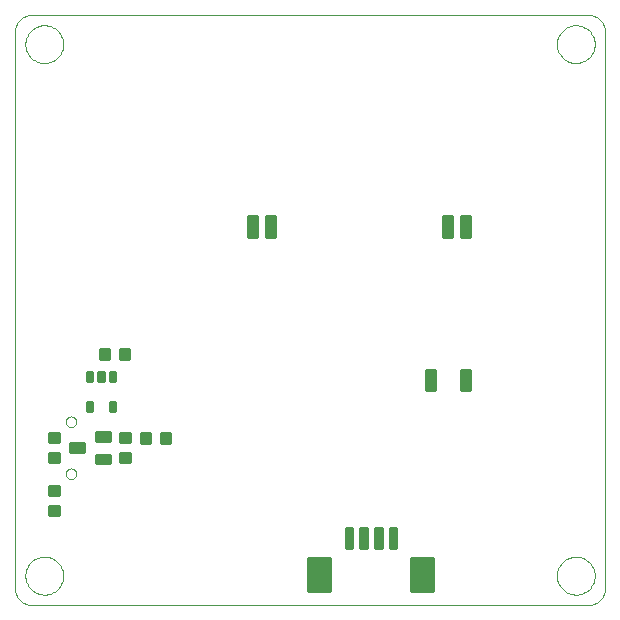
<source format=gbp>
G75*
%MOIN*%
%OFA0B0*%
%FSLAX24Y24*%
%IPPOS*%
%LPD*%
%AMOC8*
5,1,8,0,0,1.08239X$1,22.5*
%
%ADD10C,0.0000*%
%ADD11C,0.0098*%
%ADD12C,0.0101*%
%ADD13C,0.0124*%
%ADD14C,0.0101*%
D10*
X000588Y000721D02*
X000588Y019224D01*
X000587Y019224D02*
X000589Y019270D01*
X000594Y019316D01*
X000603Y019362D01*
X000616Y019407D01*
X000632Y019450D01*
X000651Y019492D01*
X000674Y019533D01*
X000700Y019571D01*
X000729Y019608D01*
X000760Y019642D01*
X000794Y019673D01*
X000831Y019702D01*
X000869Y019728D01*
X000910Y019751D01*
X000952Y019770D01*
X000995Y019786D01*
X001040Y019799D01*
X001086Y019808D01*
X001132Y019813D01*
X001178Y019815D01*
X019682Y019815D01*
X019728Y019813D01*
X019774Y019808D01*
X019820Y019799D01*
X019865Y019786D01*
X019908Y019770D01*
X019950Y019751D01*
X019991Y019728D01*
X020029Y019702D01*
X020066Y019673D01*
X020100Y019642D01*
X020131Y019608D01*
X020160Y019571D01*
X020186Y019533D01*
X020209Y019492D01*
X020228Y019450D01*
X020244Y019407D01*
X020257Y019362D01*
X020266Y019316D01*
X020271Y019270D01*
X020273Y019224D01*
X020273Y000721D01*
X020271Y000675D01*
X020266Y000629D01*
X020257Y000583D01*
X020244Y000538D01*
X020228Y000495D01*
X020209Y000453D01*
X020186Y000412D01*
X020160Y000374D01*
X020131Y000337D01*
X020100Y000303D01*
X020066Y000272D01*
X020029Y000243D01*
X019991Y000217D01*
X019950Y000194D01*
X019908Y000175D01*
X019865Y000159D01*
X019820Y000146D01*
X019774Y000137D01*
X019728Y000132D01*
X019682Y000130D01*
X001178Y000130D01*
X001132Y000132D01*
X001086Y000137D01*
X001040Y000146D01*
X000995Y000159D01*
X000952Y000175D01*
X000910Y000194D01*
X000869Y000217D01*
X000831Y000243D01*
X000794Y000272D01*
X000760Y000303D01*
X000729Y000337D01*
X000700Y000374D01*
X000674Y000412D01*
X000651Y000453D01*
X000632Y000495D01*
X000616Y000538D01*
X000603Y000583D01*
X000594Y000629D01*
X000589Y000675D01*
X000587Y000721D01*
X000942Y001114D02*
X000944Y001164D01*
X000950Y001214D01*
X000960Y001263D01*
X000974Y001311D01*
X000991Y001358D01*
X001012Y001403D01*
X001037Y001447D01*
X001065Y001488D01*
X001097Y001527D01*
X001131Y001564D01*
X001168Y001598D01*
X001208Y001628D01*
X001250Y001655D01*
X001294Y001679D01*
X001340Y001700D01*
X001387Y001716D01*
X001435Y001729D01*
X001485Y001738D01*
X001534Y001743D01*
X001585Y001744D01*
X001635Y001741D01*
X001684Y001734D01*
X001733Y001723D01*
X001781Y001708D01*
X001827Y001690D01*
X001872Y001668D01*
X001915Y001642D01*
X001956Y001613D01*
X001995Y001581D01*
X002031Y001546D01*
X002063Y001508D01*
X002093Y001468D01*
X002120Y001425D01*
X002143Y001381D01*
X002162Y001335D01*
X002178Y001287D01*
X002190Y001238D01*
X002198Y001189D01*
X002202Y001139D01*
X002202Y001089D01*
X002198Y001039D01*
X002190Y000990D01*
X002178Y000941D01*
X002162Y000893D01*
X002143Y000847D01*
X002120Y000803D01*
X002093Y000760D01*
X002063Y000720D01*
X002031Y000682D01*
X001995Y000647D01*
X001956Y000615D01*
X001915Y000586D01*
X001872Y000560D01*
X001827Y000538D01*
X001781Y000520D01*
X001733Y000505D01*
X001684Y000494D01*
X001635Y000487D01*
X001585Y000484D01*
X001534Y000485D01*
X001485Y000490D01*
X001435Y000499D01*
X001387Y000512D01*
X001340Y000528D01*
X001294Y000549D01*
X001250Y000573D01*
X001208Y000600D01*
X001168Y000630D01*
X001131Y000664D01*
X001097Y000701D01*
X001065Y000740D01*
X001037Y000781D01*
X001012Y000825D01*
X000991Y000870D01*
X000974Y000917D01*
X000960Y000965D01*
X000950Y001014D01*
X000944Y001064D01*
X000942Y001114D01*
X002286Y004514D02*
X002288Y004540D01*
X002294Y004566D01*
X002304Y004591D01*
X002317Y004614D01*
X002333Y004634D01*
X002353Y004652D01*
X002375Y004667D01*
X002398Y004679D01*
X002424Y004687D01*
X002450Y004691D01*
X002476Y004691D01*
X002502Y004687D01*
X002528Y004679D01*
X002552Y004667D01*
X002573Y004652D01*
X002593Y004634D01*
X002609Y004614D01*
X002622Y004591D01*
X002632Y004566D01*
X002638Y004540D01*
X002640Y004514D01*
X002638Y004488D01*
X002632Y004462D01*
X002622Y004437D01*
X002609Y004414D01*
X002593Y004394D01*
X002573Y004376D01*
X002551Y004361D01*
X002528Y004349D01*
X002502Y004341D01*
X002476Y004337D01*
X002450Y004337D01*
X002424Y004341D01*
X002398Y004349D01*
X002374Y004361D01*
X002353Y004376D01*
X002333Y004394D01*
X002317Y004414D01*
X002304Y004437D01*
X002294Y004462D01*
X002288Y004488D01*
X002286Y004514D01*
X002286Y006246D02*
X002288Y006272D01*
X002294Y006298D01*
X002304Y006323D01*
X002317Y006346D01*
X002333Y006366D01*
X002353Y006384D01*
X002375Y006399D01*
X002398Y006411D01*
X002424Y006419D01*
X002450Y006423D01*
X002476Y006423D01*
X002502Y006419D01*
X002528Y006411D01*
X002552Y006399D01*
X002573Y006384D01*
X002593Y006366D01*
X002609Y006346D01*
X002622Y006323D01*
X002632Y006298D01*
X002638Y006272D01*
X002640Y006246D01*
X002638Y006220D01*
X002632Y006194D01*
X002622Y006169D01*
X002609Y006146D01*
X002593Y006126D01*
X002573Y006108D01*
X002551Y006093D01*
X002528Y006081D01*
X002502Y006073D01*
X002476Y006069D01*
X002450Y006069D01*
X002424Y006073D01*
X002398Y006081D01*
X002374Y006093D01*
X002353Y006108D01*
X002333Y006126D01*
X002317Y006146D01*
X002304Y006169D01*
X002294Y006194D01*
X002288Y006220D01*
X002286Y006246D01*
X000942Y018831D02*
X000944Y018881D01*
X000950Y018931D01*
X000960Y018980D01*
X000974Y019028D01*
X000991Y019075D01*
X001012Y019120D01*
X001037Y019164D01*
X001065Y019205D01*
X001097Y019244D01*
X001131Y019281D01*
X001168Y019315D01*
X001208Y019345D01*
X001250Y019372D01*
X001294Y019396D01*
X001340Y019417D01*
X001387Y019433D01*
X001435Y019446D01*
X001485Y019455D01*
X001534Y019460D01*
X001585Y019461D01*
X001635Y019458D01*
X001684Y019451D01*
X001733Y019440D01*
X001781Y019425D01*
X001827Y019407D01*
X001872Y019385D01*
X001915Y019359D01*
X001956Y019330D01*
X001995Y019298D01*
X002031Y019263D01*
X002063Y019225D01*
X002093Y019185D01*
X002120Y019142D01*
X002143Y019098D01*
X002162Y019052D01*
X002178Y019004D01*
X002190Y018955D01*
X002198Y018906D01*
X002202Y018856D01*
X002202Y018806D01*
X002198Y018756D01*
X002190Y018707D01*
X002178Y018658D01*
X002162Y018610D01*
X002143Y018564D01*
X002120Y018520D01*
X002093Y018477D01*
X002063Y018437D01*
X002031Y018399D01*
X001995Y018364D01*
X001956Y018332D01*
X001915Y018303D01*
X001872Y018277D01*
X001827Y018255D01*
X001781Y018237D01*
X001733Y018222D01*
X001684Y018211D01*
X001635Y018204D01*
X001585Y018201D01*
X001534Y018202D01*
X001485Y018207D01*
X001435Y018216D01*
X001387Y018229D01*
X001340Y018245D01*
X001294Y018266D01*
X001250Y018290D01*
X001208Y018317D01*
X001168Y018347D01*
X001131Y018381D01*
X001097Y018418D01*
X001065Y018457D01*
X001037Y018498D01*
X001012Y018542D01*
X000991Y018587D01*
X000974Y018634D01*
X000960Y018682D01*
X000950Y018731D01*
X000944Y018781D01*
X000942Y018831D01*
X018659Y018831D02*
X018661Y018881D01*
X018667Y018931D01*
X018677Y018980D01*
X018691Y019028D01*
X018708Y019075D01*
X018729Y019120D01*
X018754Y019164D01*
X018782Y019205D01*
X018814Y019244D01*
X018848Y019281D01*
X018885Y019315D01*
X018925Y019345D01*
X018967Y019372D01*
X019011Y019396D01*
X019057Y019417D01*
X019104Y019433D01*
X019152Y019446D01*
X019202Y019455D01*
X019251Y019460D01*
X019302Y019461D01*
X019352Y019458D01*
X019401Y019451D01*
X019450Y019440D01*
X019498Y019425D01*
X019544Y019407D01*
X019589Y019385D01*
X019632Y019359D01*
X019673Y019330D01*
X019712Y019298D01*
X019748Y019263D01*
X019780Y019225D01*
X019810Y019185D01*
X019837Y019142D01*
X019860Y019098D01*
X019879Y019052D01*
X019895Y019004D01*
X019907Y018955D01*
X019915Y018906D01*
X019919Y018856D01*
X019919Y018806D01*
X019915Y018756D01*
X019907Y018707D01*
X019895Y018658D01*
X019879Y018610D01*
X019860Y018564D01*
X019837Y018520D01*
X019810Y018477D01*
X019780Y018437D01*
X019748Y018399D01*
X019712Y018364D01*
X019673Y018332D01*
X019632Y018303D01*
X019589Y018277D01*
X019544Y018255D01*
X019498Y018237D01*
X019450Y018222D01*
X019401Y018211D01*
X019352Y018204D01*
X019302Y018201D01*
X019251Y018202D01*
X019202Y018207D01*
X019152Y018216D01*
X019104Y018229D01*
X019057Y018245D01*
X019011Y018266D01*
X018967Y018290D01*
X018925Y018317D01*
X018885Y018347D01*
X018848Y018381D01*
X018814Y018418D01*
X018782Y018457D01*
X018754Y018498D01*
X018729Y018542D01*
X018708Y018587D01*
X018691Y018634D01*
X018677Y018682D01*
X018667Y018731D01*
X018661Y018781D01*
X018659Y018831D01*
X018659Y001114D02*
X018661Y001164D01*
X018667Y001214D01*
X018677Y001263D01*
X018691Y001311D01*
X018708Y001358D01*
X018729Y001403D01*
X018754Y001447D01*
X018782Y001488D01*
X018814Y001527D01*
X018848Y001564D01*
X018885Y001598D01*
X018925Y001628D01*
X018967Y001655D01*
X019011Y001679D01*
X019057Y001700D01*
X019104Y001716D01*
X019152Y001729D01*
X019202Y001738D01*
X019251Y001743D01*
X019302Y001744D01*
X019352Y001741D01*
X019401Y001734D01*
X019450Y001723D01*
X019498Y001708D01*
X019544Y001690D01*
X019589Y001668D01*
X019632Y001642D01*
X019673Y001613D01*
X019712Y001581D01*
X019748Y001546D01*
X019780Y001508D01*
X019810Y001468D01*
X019837Y001425D01*
X019860Y001381D01*
X019879Y001335D01*
X019895Y001287D01*
X019907Y001238D01*
X019915Y001189D01*
X019919Y001139D01*
X019919Y001089D01*
X019915Y001039D01*
X019907Y000990D01*
X019895Y000941D01*
X019879Y000893D01*
X019860Y000847D01*
X019837Y000803D01*
X019810Y000760D01*
X019780Y000720D01*
X019748Y000682D01*
X019712Y000647D01*
X019673Y000615D01*
X019632Y000586D01*
X019589Y000560D01*
X019544Y000538D01*
X019498Y000520D01*
X019450Y000505D01*
X019401Y000494D01*
X019352Y000487D01*
X019302Y000484D01*
X019251Y000485D01*
X019202Y000490D01*
X019152Y000499D01*
X019104Y000512D01*
X019057Y000528D01*
X019011Y000549D01*
X018967Y000573D01*
X018925Y000600D01*
X018885Y000630D01*
X018848Y000664D01*
X018814Y000701D01*
X018782Y000740D01*
X018754Y000781D01*
X018729Y000825D01*
X018708Y000870D01*
X018691Y000917D01*
X018677Y000965D01*
X018667Y001014D01*
X018661Y001064D01*
X018659Y001114D01*
D11*
X015464Y007293D02*
X015464Y007981D01*
X015760Y007981D01*
X015760Y007293D01*
X015464Y007293D01*
X015464Y007390D02*
X015760Y007390D01*
X015760Y007487D02*
X015464Y007487D01*
X015464Y007584D02*
X015760Y007584D01*
X015760Y007681D02*
X015464Y007681D01*
X015464Y007778D02*
X015760Y007778D01*
X015760Y007875D02*
X015464Y007875D01*
X015464Y007972D02*
X015760Y007972D01*
X014283Y007981D02*
X014283Y007293D01*
X014283Y007981D02*
X014579Y007981D01*
X014579Y007293D01*
X014283Y007293D01*
X014283Y007390D02*
X014579Y007390D01*
X014579Y007487D02*
X014283Y007487D01*
X014283Y007584D02*
X014579Y007584D01*
X014579Y007681D02*
X014283Y007681D01*
X014283Y007778D02*
X014579Y007778D01*
X014579Y007875D02*
X014283Y007875D01*
X014283Y007972D02*
X014579Y007972D01*
X014873Y012411D02*
X014873Y013099D01*
X015169Y013099D01*
X015169Y012411D01*
X014873Y012411D01*
X014873Y012508D02*
X015169Y012508D01*
X015169Y012605D02*
X014873Y012605D01*
X014873Y012702D02*
X015169Y012702D01*
X015169Y012799D02*
X014873Y012799D01*
X014873Y012896D02*
X015169Y012896D01*
X015169Y012993D02*
X014873Y012993D01*
X014873Y013090D02*
X015169Y013090D01*
X015464Y013099D02*
X015464Y012411D01*
X015464Y013099D02*
X015760Y013099D01*
X015760Y012411D01*
X015464Y012411D01*
X015464Y012508D02*
X015760Y012508D01*
X015760Y012605D02*
X015464Y012605D01*
X015464Y012702D02*
X015760Y012702D01*
X015760Y012799D02*
X015464Y012799D01*
X015464Y012896D02*
X015760Y012896D01*
X015760Y012993D02*
X015464Y012993D01*
X015464Y013090D02*
X015760Y013090D01*
X008968Y013099D02*
X008968Y012411D01*
X008968Y013099D02*
X009264Y013099D01*
X009264Y012411D01*
X008968Y012411D01*
X008968Y012508D02*
X009264Y012508D01*
X009264Y012605D02*
X008968Y012605D01*
X008968Y012702D02*
X009264Y012702D01*
X009264Y012799D02*
X008968Y012799D01*
X008968Y012896D02*
X009264Y012896D01*
X009264Y012993D02*
X008968Y012993D01*
X008968Y013090D02*
X009264Y013090D01*
X008377Y013099D02*
X008377Y012411D01*
X008377Y013099D02*
X008673Y013099D01*
X008673Y012411D01*
X008377Y012411D01*
X008377Y012508D02*
X008673Y012508D01*
X008673Y012605D02*
X008377Y012605D01*
X008377Y012702D02*
X008673Y012702D01*
X008673Y012799D02*
X008377Y012799D01*
X008377Y012896D02*
X008673Y012896D01*
X008673Y012993D02*
X008377Y012993D01*
X008377Y013090D02*
X008673Y013090D01*
X004383Y008672D02*
X004087Y008672D01*
X004383Y008672D02*
X004383Y008338D01*
X004087Y008338D01*
X004087Y008672D01*
X004087Y008435D02*
X004383Y008435D01*
X004383Y008532D02*
X004087Y008532D01*
X004087Y008629D02*
X004383Y008629D01*
X003714Y008672D02*
X003418Y008672D01*
X003714Y008672D02*
X003714Y008338D01*
X003418Y008338D01*
X003418Y008672D01*
X003418Y008435D02*
X003714Y008435D01*
X003714Y008532D02*
X003418Y008532D01*
X003418Y008629D02*
X003714Y008629D01*
X003295Y005902D02*
X003295Y005606D01*
X003295Y005902D02*
X003747Y005902D01*
X003747Y005606D01*
X003295Y005606D01*
X003295Y005703D02*
X003747Y005703D01*
X003747Y005800D02*
X003295Y005800D01*
X003295Y005897D02*
X003747Y005897D01*
X004108Y005863D02*
X004108Y005567D01*
X004108Y005863D02*
X004442Y005863D01*
X004442Y005567D01*
X004108Y005567D01*
X004108Y005664D02*
X004442Y005664D01*
X004442Y005761D02*
X004108Y005761D01*
X004108Y005858D02*
X004442Y005858D01*
X004793Y005860D02*
X005089Y005860D01*
X005089Y005526D01*
X004793Y005526D01*
X004793Y005860D01*
X004793Y005623D02*
X005089Y005623D01*
X005089Y005720D02*
X004793Y005720D01*
X004793Y005817D02*
X005089Y005817D01*
X005462Y005860D02*
X005758Y005860D01*
X005758Y005526D01*
X005462Y005526D01*
X005462Y005860D01*
X005462Y005623D02*
X005758Y005623D01*
X005758Y005720D02*
X005462Y005720D01*
X005462Y005817D02*
X005758Y005817D01*
X004108Y005193D02*
X004108Y004897D01*
X004108Y005193D02*
X004442Y005193D01*
X004442Y004897D01*
X004108Y004897D01*
X004108Y004994D02*
X004442Y004994D01*
X004442Y005091D02*
X004108Y005091D01*
X004108Y005188D02*
X004442Y005188D01*
X003295Y005154D02*
X003295Y004858D01*
X003295Y005154D02*
X003747Y005154D01*
X003747Y004858D01*
X003295Y004858D01*
X003295Y004955D02*
X003747Y004955D01*
X003747Y005052D02*
X003295Y005052D01*
X003295Y005149D02*
X003747Y005149D01*
X002429Y005232D02*
X002429Y005528D01*
X002881Y005528D01*
X002881Y005232D01*
X002429Y005232D01*
X002429Y005329D02*
X002881Y005329D01*
X002881Y005426D02*
X002429Y005426D01*
X002429Y005523D02*
X002881Y005523D01*
X002067Y005567D02*
X002067Y005863D01*
X002067Y005567D02*
X001733Y005567D01*
X001733Y005863D01*
X002067Y005863D01*
X002067Y005664D02*
X001733Y005664D01*
X001733Y005761D02*
X002067Y005761D01*
X002067Y005858D02*
X001733Y005858D01*
X002067Y005193D02*
X002067Y004897D01*
X001733Y004897D01*
X001733Y005193D01*
X002067Y005193D01*
X002067Y004994D02*
X001733Y004994D01*
X001733Y005091D02*
X002067Y005091D01*
X002067Y005188D02*
X001733Y005188D01*
X001733Y004113D02*
X002067Y004113D01*
X002067Y003817D01*
X001733Y003817D01*
X001733Y004113D01*
X001733Y003914D02*
X002067Y003914D01*
X002067Y004011D02*
X001733Y004011D01*
X001733Y004108D02*
X002067Y004108D01*
X002067Y003443D02*
X001733Y003443D01*
X002067Y003443D02*
X002067Y003147D01*
X001733Y003147D01*
X001733Y003443D01*
X001733Y003244D02*
X002067Y003244D01*
X002067Y003341D02*
X001733Y003341D01*
X001733Y003438D02*
X002067Y003438D01*
D12*
X011618Y002021D02*
X011832Y002021D01*
X011618Y002021D02*
X011618Y002707D01*
X011832Y002707D01*
X011832Y002021D01*
X011832Y002121D02*
X011618Y002121D01*
X011618Y002221D02*
X011832Y002221D01*
X011832Y002321D02*
X011618Y002321D01*
X011618Y002421D02*
X011832Y002421D01*
X011832Y002521D02*
X011618Y002521D01*
X011618Y002621D02*
X011832Y002621D01*
X012110Y002021D02*
X012324Y002021D01*
X012110Y002021D02*
X012110Y002707D01*
X012324Y002707D01*
X012324Y002021D01*
X012324Y002121D02*
X012110Y002121D01*
X012110Y002221D02*
X012324Y002221D01*
X012324Y002321D02*
X012110Y002321D01*
X012110Y002421D02*
X012324Y002421D01*
X012324Y002521D02*
X012110Y002521D01*
X012110Y002621D02*
X012324Y002621D01*
X012602Y002021D02*
X012816Y002021D01*
X012602Y002021D02*
X012602Y002707D01*
X012816Y002707D01*
X012816Y002021D01*
X012816Y002121D02*
X012602Y002121D01*
X012602Y002221D02*
X012816Y002221D01*
X012816Y002321D02*
X012602Y002321D01*
X012602Y002421D02*
X012816Y002421D01*
X012816Y002521D02*
X012602Y002521D01*
X012602Y002621D02*
X012816Y002621D01*
X013094Y002021D02*
X013308Y002021D01*
X013094Y002021D02*
X013094Y002707D01*
X013308Y002707D01*
X013308Y002021D01*
X013308Y002121D02*
X013094Y002121D01*
X013094Y002221D02*
X013308Y002221D01*
X013308Y002321D02*
X013094Y002321D01*
X013094Y002421D02*
X013308Y002421D01*
X013308Y002521D02*
X013094Y002521D01*
X013094Y002621D02*
X013308Y002621D01*
D13*
X013834Y000606D02*
X014536Y000606D01*
X013834Y000606D02*
X013834Y001662D01*
X014536Y001662D01*
X014536Y000606D01*
X014536Y000729D02*
X013834Y000729D01*
X013834Y000852D02*
X014536Y000852D01*
X014536Y000975D02*
X013834Y000975D01*
X013834Y001098D02*
X014536Y001098D01*
X014536Y001221D02*
X013834Y001221D01*
X013834Y001344D02*
X014536Y001344D01*
X014536Y001467D02*
X013834Y001467D01*
X013834Y001590D02*
X014536Y001590D01*
X011091Y000606D02*
X010389Y000606D01*
X010389Y001662D01*
X011091Y001662D01*
X011091Y000606D01*
X011091Y000729D02*
X010389Y000729D01*
X010389Y000852D02*
X011091Y000852D01*
X011091Y000975D02*
X010389Y000975D01*
X010389Y001098D02*
X011091Y001098D01*
X011091Y001221D02*
X010389Y001221D01*
X010389Y001344D02*
X011091Y001344D01*
X011091Y001467D02*
X010389Y001467D01*
X010389Y001590D02*
X011091Y001590D01*
D14*
X003923Y006598D02*
X003751Y006598D01*
X003751Y006888D01*
X003923Y006888D01*
X003923Y006598D01*
X003923Y006698D02*
X003751Y006698D01*
X003751Y006798D02*
X003923Y006798D01*
X003175Y006598D02*
X003003Y006598D01*
X003003Y006888D01*
X003175Y006888D01*
X003175Y006598D01*
X003175Y006698D02*
X003003Y006698D01*
X003003Y006798D02*
X003175Y006798D01*
X003175Y007618D02*
X003003Y007618D01*
X003003Y007908D01*
X003175Y007908D01*
X003175Y007618D01*
X003175Y007718D02*
X003003Y007718D01*
X003003Y007818D02*
X003175Y007818D01*
X003377Y007618D02*
X003549Y007618D01*
X003377Y007618D02*
X003377Y007908D01*
X003549Y007908D01*
X003549Y007618D01*
X003549Y007718D02*
X003377Y007718D01*
X003377Y007818D02*
X003549Y007818D01*
X003751Y007618D02*
X003923Y007618D01*
X003751Y007618D02*
X003751Y007908D01*
X003923Y007908D01*
X003923Y007618D01*
X003923Y007718D02*
X003751Y007718D01*
X003751Y007818D02*
X003923Y007818D01*
M02*

</source>
